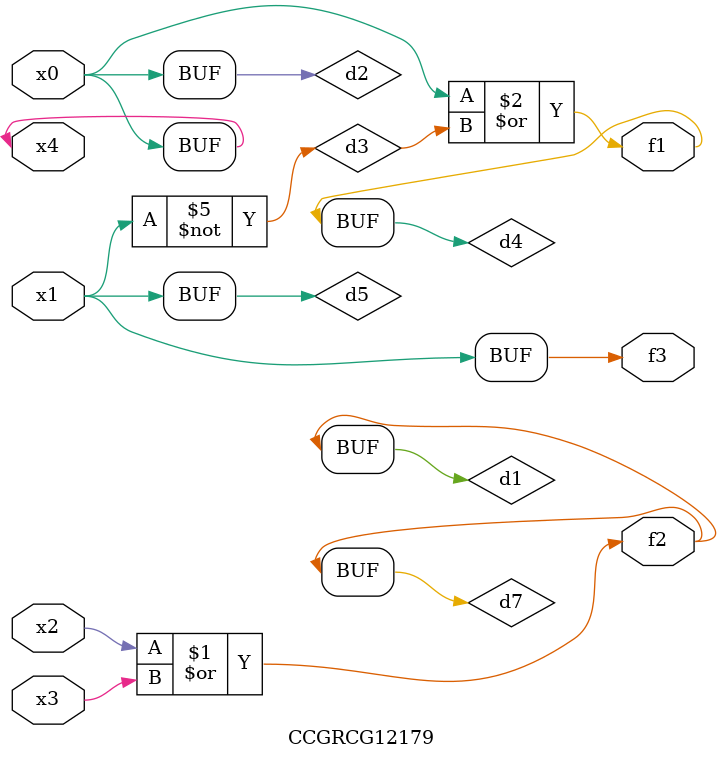
<source format=v>
module CCGRCG12179(
	input x0, x1, x2, x3, x4,
	output f1, f2, f3
);

	wire d1, d2, d3, d4, d5, d6, d7;

	or (d1, x2, x3);
	buf (d2, x0, x4);
	not (d3, x1);
	or (d4, d2, d3);
	not (d5, d3);
	nand (d6, d1, d3);
	or (d7, d1);
	assign f1 = d4;
	assign f2 = d7;
	assign f3 = d5;
endmodule

</source>
